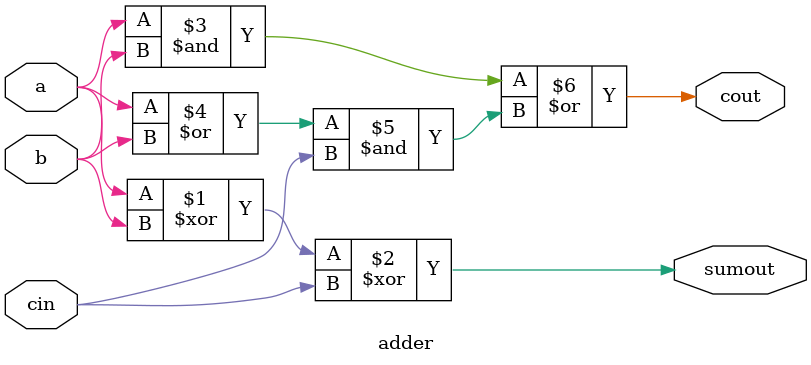
<source format=v>
(* abc9_box, lib_whitebox *)
module adder(
    output sumout,
    output cout,
    input a,
    input b,
    input cin
);
    assign sumout = a ^ b ^ cin;
    assign cout = (a & b) | ((a | b) & cin);

endmodule

</source>
